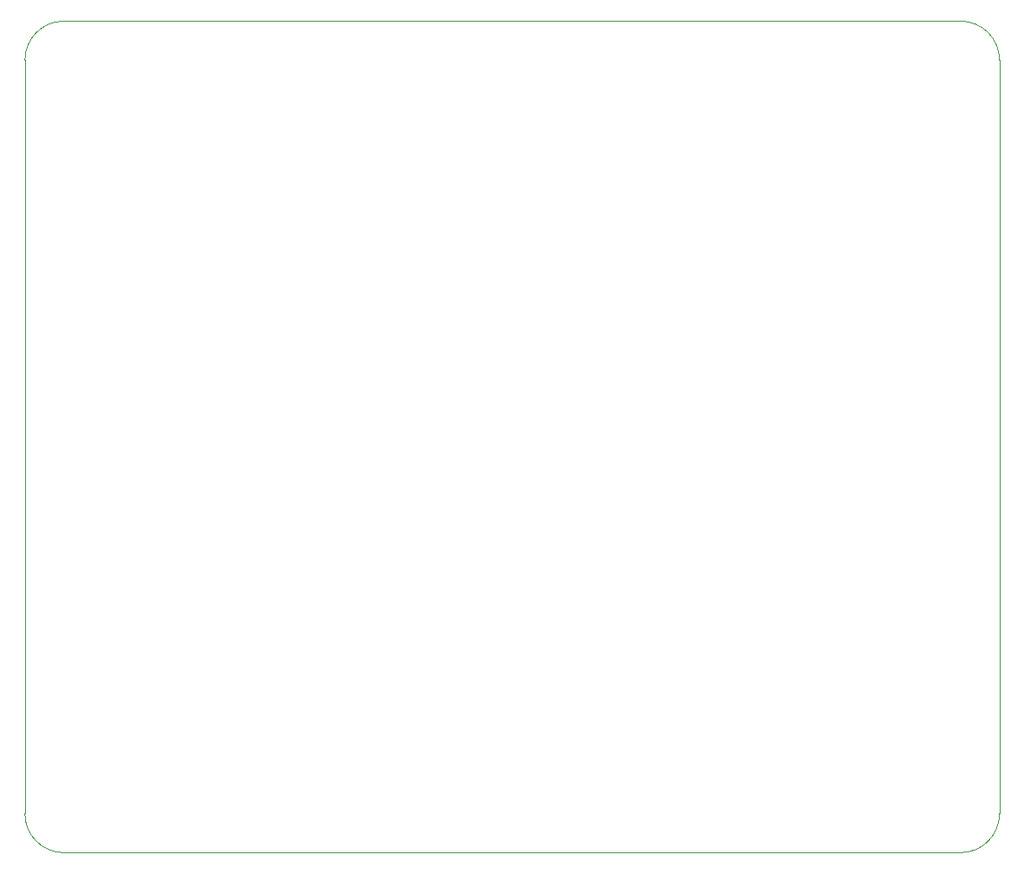
<source format=gbr>
G04 #@! TF.GenerationSoftware,KiCad,Pcbnew,(5.1.2-1)-1*
G04 #@! TF.CreationDate,2019-08-19T15:41:30+10:00*
G04 #@! TF.ProjectId,memory,6d656d6f-7279-42e6-9b69-6361645f7063,rev?*
G04 #@! TF.SameCoordinates,Original*
G04 #@! TF.FileFunction,Profile,NP*
%FSLAX46Y46*%
G04 Gerber Fmt 4.6, Leading zero omitted, Abs format (unit mm)*
G04 Created by KiCad (PCBNEW (5.1.2-1)-1) date 2019-08-19 15:41:30*
%MOMM*%
%LPD*%
G04 APERTURE LIST*
%ADD10C,0.100000*%
G04 APERTURE END LIST*
D10*
X193294000Y-129794000D02*
X105664000Y-129794000D01*
X105664000Y-48514000D02*
X193294000Y-48514000D01*
X101854000Y-125984000D02*
X101854000Y-52324000D01*
X197104000Y-52324000D02*
X197104000Y-125984000D01*
X197104000Y-125984000D02*
G75*
G02X193294000Y-129794000I-3810000J0D01*
G01*
X101854000Y-52324000D02*
G75*
G02X105664000Y-48514000I3810000J0D01*
G01*
X193294000Y-48514000D02*
G75*
G02X197104000Y-52324000I0J-3810000D01*
G01*
X105664000Y-129794000D02*
G75*
G02X101854000Y-125984000I0J3810000D01*
G01*
M02*

</source>
